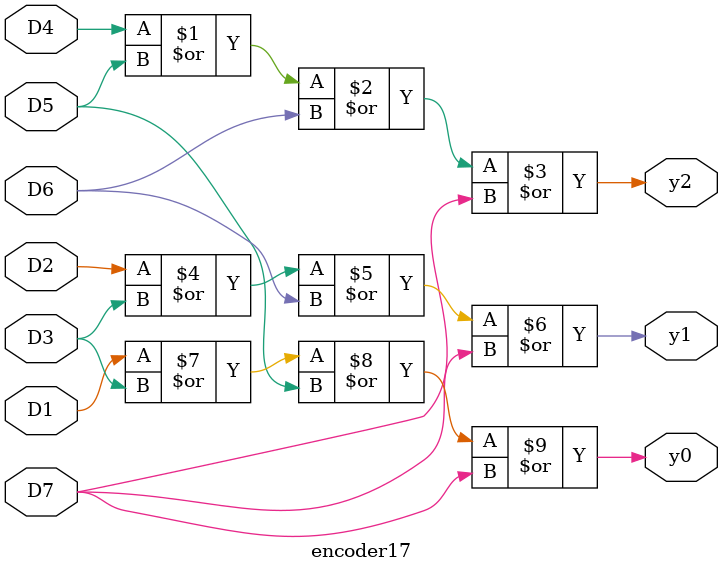
<source format=v>
module encoder17(D1,D2,D3,D4,D5,D6,D7,
y0,y1,y2);

input D1,D2,D3,D4,D5,D6,D7;
output y0,y1,y2;

assign y2 = D4 | D5 | D6 | D7;
assign y1 = D2 | D3 | D6 | D7;
assign y0 = D1 | D3 | D5 | D7;
endmodule
</source>
